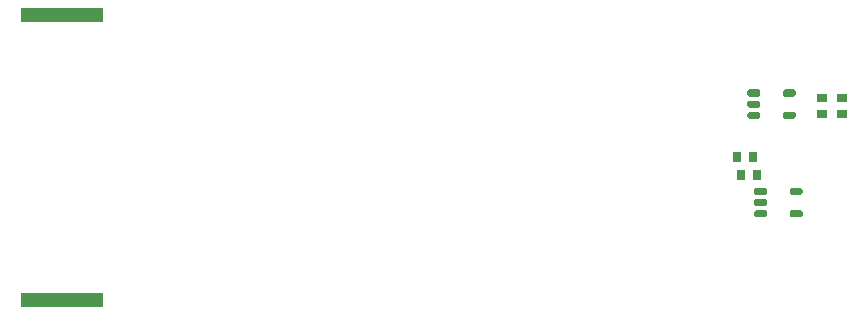
<source format=gbr>
%TF.GenerationSoftware,KiCad,Pcbnew,5.1.10*%
%TF.CreationDate,2021-08-13T08:36:53-07:00*%
%TF.ProjectId,main_board,6d61696e-5f62-46f6-9172-642e6b696361,rev?*%
%TF.SameCoordinates,Original*%
%TF.FileFunction,Paste,Top*%
%TF.FilePolarity,Positive*%
%FSLAX46Y46*%
G04 Gerber Fmt 4.6, Leading zero omitted, Abs format (unit mm)*
G04 Created by KiCad (PCBNEW 5.1.10) date 2021-08-13 08:36:53*
%MOMM*%
%LPD*%
G01*
G04 APERTURE LIST*
%ADD10R,7.000000X1.250000*%
%ADD11R,0.725000X0.900000*%
%ADD12R,0.900000X0.725000*%
G04 APERTURE END LIST*
D10*
%TO.C,J3*%
X64770000Y-95250000D03*
%TD*%
%TO.C,J2*%
X64770000Y-71120000D03*
%TD*%
%TO.C,U3*%
G36*
G01*
X123363900Y-86192500D02*
X123363900Y-85892500D01*
G75*
G02*
X123513900Y-85742500I150000J0D01*
G01*
X124313900Y-85742500D01*
G75*
G02*
X124463900Y-85892500I0J-150000D01*
G01*
X124463900Y-86192500D01*
G75*
G02*
X124313900Y-86342500I-150000J0D01*
G01*
X123513900Y-86342500D01*
G75*
G02*
X123363900Y-86192500I0J150000D01*
G01*
G37*
G36*
G01*
X126363900Y-86192500D02*
X126363900Y-85892500D01*
G75*
G02*
X126513900Y-85742500I150000J0D01*
G01*
X127313900Y-85742500D01*
G75*
G02*
X127463900Y-85892500I0J-150000D01*
G01*
X127463900Y-86192500D01*
G75*
G02*
X127313900Y-86342500I-150000J0D01*
G01*
X126513900Y-86342500D01*
G75*
G02*
X126363900Y-86192500I0J150000D01*
G01*
G37*
G36*
G01*
X123363900Y-87142500D02*
X123363900Y-86842500D01*
G75*
G02*
X123513900Y-86692500I150000J0D01*
G01*
X124313900Y-86692500D01*
G75*
G02*
X124463900Y-86842500I0J-150000D01*
G01*
X124463900Y-87142500D01*
G75*
G02*
X124313900Y-87292500I-150000J0D01*
G01*
X123513900Y-87292500D01*
G75*
G02*
X123363900Y-87142500I0J150000D01*
G01*
G37*
G36*
G01*
X123363900Y-88092500D02*
X123363900Y-87792500D01*
G75*
G02*
X123513900Y-87642500I150000J0D01*
G01*
X124313900Y-87642500D01*
G75*
G02*
X124463900Y-87792500I0J-150000D01*
G01*
X124463900Y-88092500D01*
G75*
G02*
X124313900Y-88242500I-150000J0D01*
G01*
X123513900Y-88242500D01*
G75*
G02*
X123363900Y-88092500I0J150000D01*
G01*
G37*
G36*
G01*
X126363900Y-88092500D02*
X126363900Y-87792500D01*
G75*
G02*
X126513900Y-87642500I150000J0D01*
G01*
X127313900Y-87642500D01*
G75*
G02*
X127463900Y-87792500I0J-150000D01*
G01*
X127463900Y-88092500D01*
G75*
G02*
X127313900Y-88242500I-150000J0D01*
G01*
X126513900Y-88242500D01*
G75*
G02*
X126363900Y-88092500I0J150000D01*
G01*
G37*
%TD*%
%TO.C,U2*%
G36*
G01*
X122792400Y-77866300D02*
X122792400Y-77566300D01*
G75*
G02*
X122942400Y-77416300I150000J0D01*
G01*
X123742400Y-77416300D01*
G75*
G02*
X123892400Y-77566300I0J-150000D01*
G01*
X123892400Y-77866300D01*
G75*
G02*
X123742400Y-78016300I-150000J0D01*
G01*
X122942400Y-78016300D01*
G75*
G02*
X122792400Y-77866300I0J150000D01*
G01*
G37*
G36*
G01*
X125792400Y-77866300D02*
X125792400Y-77566300D01*
G75*
G02*
X125942400Y-77416300I150000J0D01*
G01*
X126742400Y-77416300D01*
G75*
G02*
X126892400Y-77566300I0J-150000D01*
G01*
X126892400Y-77866300D01*
G75*
G02*
X126742400Y-78016300I-150000J0D01*
G01*
X125942400Y-78016300D01*
G75*
G02*
X125792400Y-77866300I0J150000D01*
G01*
G37*
G36*
G01*
X122792400Y-78816300D02*
X122792400Y-78516300D01*
G75*
G02*
X122942400Y-78366300I150000J0D01*
G01*
X123742400Y-78366300D01*
G75*
G02*
X123892400Y-78516300I0J-150000D01*
G01*
X123892400Y-78816300D01*
G75*
G02*
X123742400Y-78966300I-150000J0D01*
G01*
X122942400Y-78966300D01*
G75*
G02*
X122792400Y-78816300I0J150000D01*
G01*
G37*
G36*
G01*
X122792400Y-79766300D02*
X122792400Y-79466300D01*
G75*
G02*
X122942400Y-79316300I150000J0D01*
G01*
X123742400Y-79316300D01*
G75*
G02*
X123892400Y-79466300I0J-150000D01*
G01*
X123892400Y-79766300D01*
G75*
G02*
X123742400Y-79916300I-150000J0D01*
G01*
X122942400Y-79916300D01*
G75*
G02*
X122792400Y-79766300I0J150000D01*
G01*
G37*
G36*
G01*
X125792400Y-79766300D02*
X125792400Y-79466300D01*
G75*
G02*
X125942400Y-79316300I150000J0D01*
G01*
X126742400Y-79316300D01*
G75*
G02*
X126892400Y-79466300I0J-150000D01*
G01*
X126892400Y-79766300D01*
G75*
G02*
X126742400Y-79916300I-150000J0D01*
G01*
X125942400Y-79916300D01*
G75*
G02*
X125792400Y-79766300I0J150000D01*
G01*
G37*
%TD*%
D11*
%TO.C,R6*%
X122234100Y-84683600D03*
X123609100Y-84683600D03*
%TD*%
D12*
%TO.C,R3*%
X129095500Y-78143100D03*
X129095500Y-79518100D03*
%TD*%
D11*
%TO.C,C2*%
X121932700Y-83108800D03*
X123307700Y-83108800D03*
%TD*%
D12*
%TO.C,C1*%
X130848100Y-78105000D03*
X130848100Y-79480000D03*
%TD*%
M02*

</source>
